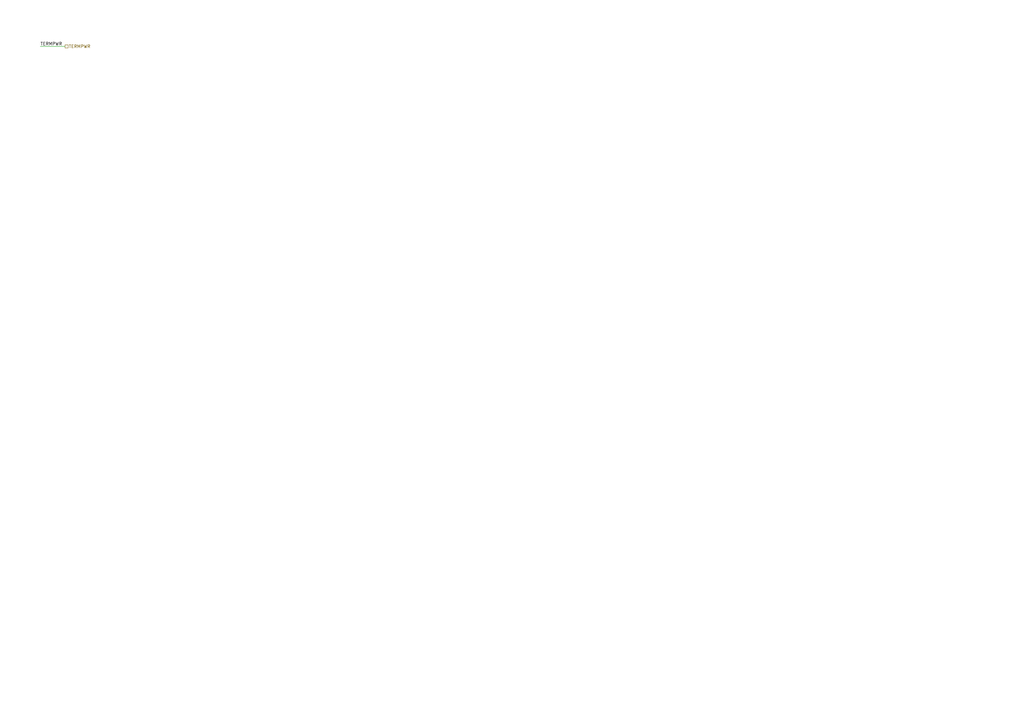
<source format=kicad_sch>
(kicad_sch (version 20210621) (generator eeschema)
  (paper "A3")
  (title_block (title "Squishy") (date "2021-10-02") (rev "2") (company "Aki"))
  (lib_symbols)
  (wire (pts (xy 26.67 19.05) (xy 16.51 19.05)))
  (label "TERMPWR" (at 16.51 19.05 0))
  (hierarchical_label "TERMPWR" (shape passive) (at 26.67 19.05 0))
)
</source>
